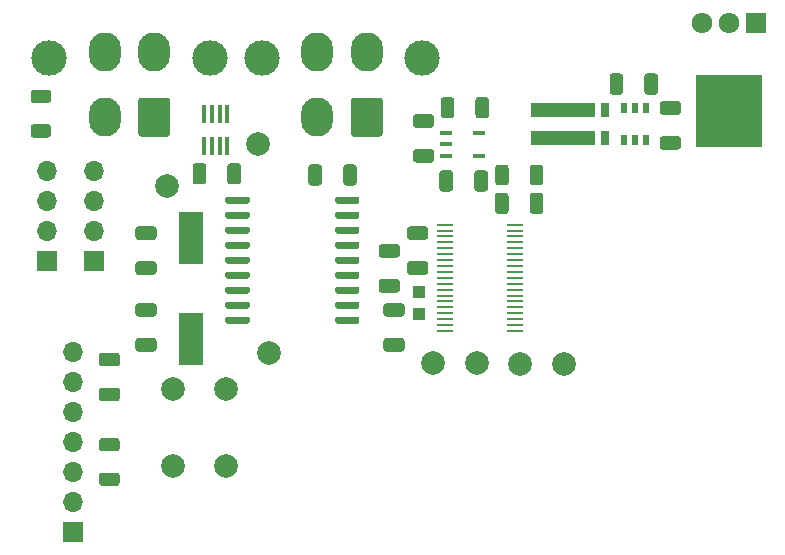
<source format=gbr>
%TF.GenerationSoftware,KiCad,Pcbnew,(5.1.9)-1*%
%TF.CreationDate,2021-05-20T13:00:32+02:00*%
%TF.ProjectId,PEE50-CurrentProtectionTemplate,50454535-302d-4437-9572-72656e745072,rev?*%
%TF.SameCoordinates,Original*%
%TF.FileFunction,Soldermask,Top*%
%TF.FilePolarity,Negative*%
%FSLAX46Y46*%
G04 Gerber Fmt 4.6, Leading zero omitted, Abs format (unit mm)*
G04 Created by KiCad (PCBNEW (5.1.9)-1) date 2021-05-20 13:00:32*
%MOMM*%
%LPD*%
G01*
G04 APERTURE LIST*
%ADD10O,1.717500X1.800000*%
%ADD11R,1.717500X1.800000*%
%ADD12R,5.700000X6.200000*%
%ADD13R,1.404099X0.279400*%
%ADD14R,2.000000X4.500000*%
%ADD15C,3.000000*%
%ADD16O,2.700000X3.300000*%
%ADD17O,1.700000X1.700000*%
%ADD18R,1.700000X1.700000*%
%ADD19R,5.410200X1.193800*%
%ADD20R,0.711200X1.193800*%
%ADD21R,1.100000X1.050000*%
%ADD22R,0.400000X1.560000*%
%ADD23R,0.558000X0.972299*%
%ADD24R,0.977900X0.457200*%
%ADD25C,2.000000*%
G04 APERTURE END LIST*
D10*
%TO.C,Q1*%
X72410000Y-17350000D03*
X74700000Y-17350000D03*
D11*
X76990000Y-17350000D03*
D12*
X74700000Y-24783333D03*
%TD*%
D13*
%TO.C,U2*%
X56549948Y-34399999D03*
X56549948Y-34900000D03*
X56549948Y-35399999D03*
X56549948Y-35900001D03*
X56549948Y-36400000D03*
X56549948Y-36899999D03*
X56549948Y-37400000D03*
X56549948Y-37899999D03*
X56549948Y-38399998D03*
X56549948Y-38900000D03*
X56549948Y-39399999D03*
X56549948Y-39900001D03*
X56549948Y-40400000D03*
X56549948Y-40899999D03*
X56549948Y-41400000D03*
X56549948Y-41899999D03*
X56549948Y-42400001D03*
X56549948Y-42900000D03*
X56549948Y-43399999D03*
X50650052Y-43400001D03*
X50650052Y-42900000D03*
X50650052Y-42400001D03*
X50650052Y-41899999D03*
X50650052Y-41400000D03*
X50650052Y-40900001D03*
X50650052Y-40400000D03*
X50650052Y-39900001D03*
X50650052Y-39399999D03*
X50650052Y-38900000D03*
X50650052Y-38400001D03*
X50650052Y-37899999D03*
X50650052Y-37400000D03*
X50650052Y-36899999D03*
X50650052Y-36400000D03*
X50650052Y-35900001D03*
X50650052Y-35399999D03*
X50650052Y-34900000D03*
X50650052Y-34400001D03*
%TD*%
%TO.C,R4*%
G36*
G01*
X54875000Y-30825001D02*
X54875000Y-29574999D01*
G75*
G02*
X55124999Y-29325000I249999J0D01*
G01*
X55750001Y-29325000D01*
G75*
G02*
X56000000Y-29574999I0J-249999D01*
G01*
X56000000Y-30825001D01*
G75*
G02*
X55750001Y-31075000I-249999J0D01*
G01*
X55124999Y-31075000D01*
G75*
G02*
X54875000Y-30825001I0J249999D01*
G01*
G37*
G36*
G01*
X57800000Y-30825001D02*
X57800000Y-29574999D01*
G75*
G02*
X58049999Y-29325000I249999J0D01*
G01*
X58675001Y-29325000D01*
G75*
G02*
X58925000Y-29574999I0J-249999D01*
G01*
X58925000Y-30825001D01*
G75*
G02*
X58675001Y-31075000I-249999J0D01*
G01*
X58049999Y-31075000D01*
G75*
G02*
X57800000Y-30825001I0J249999D01*
G01*
G37*
%TD*%
%TO.C,C14*%
G36*
G01*
X57800000Y-33250001D02*
X57800000Y-31949999D01*
G75*
G02*
X58049999Y-31700000I249999J0D01*
G01*
X58700001Y-31700000D01*
G75*
G02*
X58950000Y-31949999I0J-249999D01*
G01*
X58950000Y-33250001D01*
G75*
G02*
X58700001Y-33500000I-249999J0D01*
G01*
X58049999Y-33500000D01*
G75*
G02*
X57800000Y-33250001I0J249999D01*
G01*
G37*
G36*
G01*
X54850000Y-33250001D02*
X54850000Y-31949999D01*
G75*
G02*
X55099999Y-31700000I249999J0D01*
G01*
X55750001Y-31700000D01*
G75*
G02*
X56000000Y-31949999I0J-249999D01*
G01*
X56000000Y-33250001D01*
G75*
G02*
X55750001Y-33500000I-249999J0D01*
G01*
X55099999Y-33500000D01*
G75*
G02*
X54850000Y-33250001I0J249999D01*
G01*
G37*
%TD*%
D14*
%TO.C,Y2*%
X29100000Y-35550000D03*
X29100000Y-44050000D03*
%TD*%
D15*
%TO.C,J3*%
X35100000Y-20260000D03*
X48700000Y-20260000D03*
D16*
X39800000Y-19800000D03*
X44000000Y-19800000D03*
X39800000Y-25300000D03*
G36*
G01*
X45350000Y-23900001D02*
X45350000Y-26699999D01*
G75*
G02*
X45099999Y-26950000I-250001J0D01*
G01*
X42900001Y-26950000D01*
G75*
G02*
X42650000Y-26699999I0J250001D01*
G01*
X42650000Y-23900001D01*
G75*
G02*
X42900001Y-23650000I250001J0D01*
G01*
X45099999Y-23650000D01*
G75*
G02*
X45350000Y-23900001I0J-250001D01*
G01*
G37*
%TD*%
D17*
%TO.C,J5*%
X19100000Y-45160000D03*
X19100000Y-47700000D03*
X19100000Y-50240000D03*
X19100000Y-52780000D03*
X19100000Y-55320000D03*
X19100000Y-57860000D03*
D18*
X19100000Y-60400000D03*
%TD*%
D17*
%TO.C,J4*%
X20900000Y-29880000D03*
X20900000Y-32420000D03*
X20900000Y-34960000D03*
D18*
X20900000Y-37500000D03*
%TD*%
D19*
%TO.C,R2*%
X60577700Y-27106500D03*
D20*
X64171800Y-27106500D03*
X64171800Y-24693500D03*
D19*
X60577700Y-24693500D03*
%TD*%
D21*
%TO.C,Y1*%
X48400000Y-41925000D03*
X48400000Y-40075000D03*
%TD*%
D22*
%TO.C,U5*%
X30220000Y-25050000D03*
X30870000Y-25050000D03*
X31530000Y-25050000D03*
X32180000Y-25050000D03*
X32180000Y-27750000D03*
X31530000Y-27750000D03*
X30870000Y-27750000D03*
X30220000Y-27750000D03*
%TD*%
%TO.C,U4*%
G36*
G01*
X41325000Y-32470000D02*
X41325000Y-32170000D01*
G75*
G02*
X41475000Y-32020000I150000J0D01*
G01*
X43225000Y-32020000D01*
G75*
G02*
X43375000Y-32170000I0J-150000D01*
G01*
X43375000Y-32470000D01*
G75*
G02*
X43225000Y-32620000I-150000J0D01*
G01*
X41475000Y-32620000D01*
G75*
G02*
X41325000Y-32470000I0J150000D01*
G01*
G37*
G36*
G01*
X41325000Y-33740000D02*
X41325000Y-33440000D01*
G75*
G02*
X41475000Y-33290000I150000J0D01*
G01*
X43225000Y-33290000D01*
G75*
G02*
X43375000Y-33440000I0J-150000D01*
G01*
X43375000Y-33740000D01*
G75*
G02*
X43225000Y-33890000I-150000J0D01*
G01*
X41475000Y-33890000D01*
G75*
G02*
X41325000Y-33740000I0J150000D01*
G01*
G37*
G36*
G01*
X41325000Y-35010000D02*
X41325000Y-34710000D01*
G75*
G02*
X41475000Y-34560000I150000J0D01*
G01*
X43225000Y-34560000D01*
G75*
G02*
X43375000Y-34710000I0J-150000D01*
G01*
X43375000Y-35010000D01*
G75*
G02*
X43225000Y-35160000I-150000J0D01*
G01*
X41475000Y-35160000D01*
G75*
G02*
X41325000Y-35010000I0J150000D01*
G01*
G37*
G36*
G01*
X41325000Y-36280000D02*
X41325000Y-35980000D01*
G75*
G02*
X41475000Y-35830000I150000J0D01*
G01*
X43225000Y-35830000D01*
G75*
G02*
X43375000Y-35980000I0J-150000D01*
G01*
X43375000Y-36280000D01*
G75*
G02*
X43225000Y-36430000I-150000J0D01*
G01*
X41475000Y-36430000D01*
G75*
G02*
X41325000Y-36280000I0J150000D01*
G01*
G37*
G36*
G01*
X41325000Y-37550000D02*
X41325000Y-37250000D01*
G75*
G02*
X41475000Y-37100000I150000J0D01*
G01*
X43225000Y-37100000D01*
G75*
G02*
X43375000Y-37250000I0J-150000D01*
G01*
X43375000Y-37550000D01*
G75*
G02*
X43225000Y-37700000I-150000J0D01*
G01*
X41475000Y-37700000D01*
G75*
G02*
X41325000Y-37550000I0J150000D01*
G01*
G37*
G36*
G01*
X41325000Y-38820000D02*
X41325000Y-38520000D01*
G75*
G02*
X41475000Y-38370000I150000J0D01*
G01*
X43225000Y-38370000D01*
G75*
G02*
X43375000Y-38520000I0J-150000D01*
G01*
X43375000Y-38820000D01*
G75*
G02*
X43225000Y-38970000I-150000J0D01*
G01*
X41475000Y-38970000D01*
G75*
G02*
X41325000Y-38820000I0J150000D01*
G01*
G37*
G36*
G01*
X41325000Y-40090000D02*
X41325000Y-39790000D01*
G75*
G02*
X41475000Y-39640000I150000J0D01*
G01*
X43225000Y-39640000D01*
G75*
G02*
X43375000Y-39790000I0J-150000D01*
G01*
X43375000Y-40090000D01*
G75*
G02*
X43225000Y-40240000I-150000J0D01*
G01*
X41475000Y-40240000D01*
G75*
G02*
X41325000Y-40090000I0J150000D01*
G01*
G37*
G36*
G01*
X41325000Y-41360000D02*
X41325000Y-41060000D01*
G75*
G02*
X41475000Y-40910000I150000J0D01*
G01*
X43225000Y-40910000D01*
G75*
G02*
X43375000Y-41060000I0J-150000D01*
G01*
X43375000Y-41360000D01*
G75*
G02*
X43225000Y-41510000I-150000J0D01*
G01*
X41475000Y-41510000D01*
G75*
G02*
X41325000Y-41360000I0J150000D01*
G01*
G37*
G36*
G01*
X41325000Y-42630000D02*
X41325000Y-42330000D01*
G75*
G02*
X41475000Y-42180000I150000J0D01*
G01*
X43225000Y-42180000D01*
G75*
G02*
X43375000Y-42330000I0J-150000D01*
G01*
X43375000Y-42630000D01*
G75*
G02*
X43225000Y-42780000I-150000J0D01*
G01*
X41475000Y-42780000D01*
G75*
G02*
X41325000Y-42630000I0J150000D01*
G01*
G37*
G36*
G01*
X32025000Y-42630000D02*
X32025000Y-42330000D01*
G75*
G02*
X32175000Y-42180000I150000J0D01*
G01*
X33925000Y-42180000D01*
G75*
G02*
X34075000Y-42330000I0J-150000D01*
G01*
X34075000Y-42630000D01*
G75*
G02*
X33925000Y-42780000I-150000J0D01*
G01*
X32175000Y-42780000D01*
G75*
G02*
X32025000Y-42630000I0J150000D01*
G01*
G37*
G36*
G01*
X32025000Y-41360000D02*
X32025000Y-41060000D01*
G75*
G02*
X32175000Y-40910000I150000J0D01*
G01*
X33925000Y-40910000D01*
G75*
G02*
X34075000Y-41060000I0J-150000D01*
G01*
X34075000Y-41360000D01*
G75*
G02*
X33925000Y-41510000I-150000J0D01*
G01*
X32175000Y-41510000D01*
G75*
G02*
X32025000Y-41360000I0J150000D01*
G01*
G37*
G36*
G01*
X32025000Y-40090000D02*
X32025000Y-39790000D01*
G75*
G02*
X32175000Y-39640000I150000J0D01*
G01*
X33925000Y-39640000D01*
G75*
G02*
X34075000Y-39790000I0J-150000D01*
G01*
X34075000Y-40090000D01*
G75*
G02*
X33925000Y-40240000I-150000J0D01*
G01*
X32175000Y-40240000D01*
G75*
G02*
X32025000Y-40090000I0J150000D01*
G01*
G37*
G36*
G01*
X32025000Y-38820000D02*
X32025000Y-38520000D01*
G75*
G02*
X32175000Y-38370000I150000J0D01*
G01*
X33925000Y-38370000D01*
G75*
G02*
X34075000Y-38520000I0J-150000D01*
G01*
X34075000Y-38820000D01*
G75*
G02*
X33925000Y-38970000I-150000J0D01*
G01*
X32175000Y-38970000D01*
G75*
G02*
X32025000Y-38820000I0J150000D01*
G01*
G37*
G36*
G01*
X32025000Y-37550000D02*
X32025000Y-37250000D01*
G75*
G02*
X32175000Y-37100000I150000J0D01*
G01*
X33925000Y-37100000D01*
G75*
G02*
X34075000Y-37250000I0J-150000D01*
G01*
X34075000Y-37550000D01*
G75*
G02*
X33925000Y-37700000I-150000J0D01*
G01*
X32175000Y-37700000D01*
G75*
G02*
X32025000Y-37550000I0J150000D01*
G01*
G37*
G36*
G01*
X32025000Y-36280000D02*
X32025000Y-35980000D01*
G75*
G02*
X32175000Y-35830000I150000J0D01*
G01*
X33925000Y-35830000D01*
G75*
G02*
X34075000Y-35980000I0J-150000D01*
G01*
X34075000Y-36280000D01*
G75*
G02*
X33925000Y-36430000I-150000J0D01*
G01*
X32175000Y-36430000D01*
G75*
G02*
X32025000Y-36280000I0J150000D01*
G01*
G37*
G36*
G01*
X32025000Y-35010000D02*
X32025000Y-34710000D01*
G75*
G02*
X32175000Y-34560000I150000J0D01*
G01*
X33925000Y-34560000D01*
G75*
G02*
X34075000Y-34710000I0J-150000D01*
G01*
X34075000Y-35010000D01*
G75*
G02*
X33925000Y-35160000I-150000J0D01*
G01*
X32175000Y-35160000D01*
G75*
G02*
X32025000Y-35010000I0J150000D01*
G01*
G37*
G36*
G01*
X32025000Y-33740000D02*
X32025000Y-33440000D01*
G75*
G02*
X32175000Y-33290000I150000J0D01*
G01*
X33925000Y-33290000D01*
G75*
G02*
X34075000Y-33440000I0J-150000D01*
G01*
X34075000Y-33740000D01*
G75*
G02*
X33925000Y-33890000I-150000J0D01*
G01*
X32175000Y-33890000D01*
G75*
G02*
X32025000Y-33740000I0J150000D01*
G01*
G37*
G36*
G01*
X32025000Y-32470000D02*
X32025000Y-32170000D01*
G75*
G02*
X32175000Y-32020000I150000J0D01*
G01*
X33925000Y-32020000D01*
G75*
G02*
X34075000Y-32170000I0J-150000D01*
G01*
X34075000Y-32470000D01*
G75*
G02*
X33925000Y-32620000I-150000J0D01*
G01*
X32175000Y-32620000D01*
G75*
G02*
X32025000Y-32470000I0J150000D01*
G01*
G37*
%TD*%
D23*
%TO.C,U3*%
X67650001Y-27262451D03*
X66700000Y-27262451D03*
X65749999Y-27262451D03*
X65749999Y-24537549D03*
X66700000Y-24537549D03*
X67650001Y-24537549D03*
%TD*%
D24*
%TO.C,U1*%
X53465250Y-26650040D03*
X53465250Y-28549960D03*
X50734750Y-28549960D03*
X50734750Y-27600000D03*
X50734750Y-26650040D03*
%TD*%
D25*
%TO.C,TP7*%
X27100000Y-31100000D03*
%TD*%
%TO.C,TP6*%
X34800000Y-27600000D03*
%TD*%
%TO.C,TP4*%
X53300000Y-46100000D03*
%TD*%
%TO.C,TP3*%
X49600000Y-46100000D03*
%TD*%
%TO.C,TP2*%
X60700000Y-46200000D03*
%TD*%
%TO.C,TP1*%
X57000000Y-46200000D03*
%TD*%
%TO.C,TP5*%
X35700000Y-45300000D03*
%TD*%
%TO.C,SW1*%
X27600000Y-48300000D03*
X32100000Y-48300000D03*
X27600000Y-54800000D03*
X32100000Y-54800000D03*
%TD*%
%TO.C,R3*%
G36*
G01*
X15774999Y-25900000D02*
X17025001Y-25900000D01*
G75*
G02*
X17275000Y-26149999I0J-249999D01*
G01*
X17275000Y-26775001D01*
G75*
G02*
X17025001Y-27025000I-249999J0D01*
G01*
X15774999Y-27025000D01*
G75*
G02*
X15525000Y-26775001I0J249999D01*
G01*
X15525000Y-26149999D01*
G75*
G02*
X15774999Y-25900000I249999J0D01*
G01*
G37*
G36*
G01*
X15774999Y-22975000D02*
X17025001Y-22975000D01*
G75*
G02*
X17275000Y-23224999I0J-249999D01*
G01*
X17275000Y-23850001D01*
G75*
G02*
X17025001Y-24100000I-249999J0D01*
G01*
X15774999Y-24100000D01*
G75*
G02*
X15525000Y-23850001I0J249999D01*
G01*
X15525000Y-23224999D01*
G75*
G02*
X15774999Y-22975000I249999J0D01*
G01*
G37*
%TD*%
%TO.C,R1*%
G36*
G01*
X21574999Y-55400000D02*
X22825001Y-55400000D01*
G75*
G02*
X23075000Y-55649999I0J-249999D01*
G01*
X23075000Y-56275001D01*
G75*
G02*
X22825001Y-56525000I-249999J0D01*
G01*
X21574999Y-56525000D01*
G75*
G02*
X21325000Y-56275001I0J249999D01*
G01*
X21325000Y-55649999D01*
G75*
G02*
X21574999Y-55400000I249999J0D01*
G01*
G37*
G36*
G01*
X21574999Y-52475000D02*
X22825001Y-52475000D01*
G75*
G02*
X23075000Y-52724999I0J-249999D01*
G01*
X23075000Y-53350001D01*
G75*
G02*
X22825001Y-53600000I-249999J0D01*
G01*
X21574999Y-53600000D01*
G75*
G02*
X21325000Y-53350001I0J249999D01*
G01*
X21325000Y-52724999D01*
G75*
G02*
X21574999Y-52475000I249999J0D01*
G01*
G37*
%TD*%
D17*
%TO.C,J2*%
X16885000Y-29863000D03*
X16885000Y-32403000D03*
X16885000Y-34943000D03*
D18*
X16885000Y-37483000D03*
%TD*%
D15*
%TO.C,J1*%
X17100000Y-20260000D03*
X30700000Y-20260000D03*
D16*
X21800000Y-19800000D03*
X26000000Y-19800000D03*
X21800000Y-25300000D03*
G36*
G01*
X27350000Y-23900001D02*
X27350000Y-26699999D01*
G75*
G02*
X27099999Y-26950000I-250001J0D01*
G01*
X24900001Y-26950000D01*
G75*
G02*
X24650000Y-26699999I0J250001D01*
G01*
X24650000Y-23900001D01*
G75*
G02*
X24900001Y-23650000I250001J0D01*
G01*
X27099999Y-23650000D01*
G75*
G02*
X27350000Y-23900001I0J-250001D01*
G01*
G37*
%TD*%
%TO.C,C13*%
G36*
G01*
X30400000Y-29449999D02*
X30400000Y-30750001D01*
G75*
G02*
X30150001Y-31000000I-249999J0D01*
G01*
X29499999Y-31000000D01*
G75*
G02*
X29250000Y-30750001I0J249999D01*
G01*
X29250000Y-29449999D01*
G75*
G02*
X29499999Y-29200000I249999J0D01*
G01*
X30150001Y-29200000D01*
G75*
G02*
X30400000Y-29449999I0J-249999D01*
G01*
G37*
G36*
G01*
X33350000Y-29449999D02*
X33350000Y-30750001D01*
G75*
G02*
X33100001Y-31000000I-249999J0D01*
G01*
X32449999Y-31000000D01*
G75*
G02*
X32200000Y-30750001I0J249999D01*
G01*
X32200000Y-29449999D01*
G75*
G02*
X32449999Y-29200000I249999J0D01*
G01*
X33100001Y-29200000D01*
G75*
G02*
X33350000Y-29449999I0J-249999D01*
G01*
G37*
%TD*%
%TO.C,C12*%
G36*
G01*
X21549999Y-48200000D02*
X22850001Y-48200000D01*
G75*
G02*
X23100000Y-48449999I0J-249999D01*
G01*
X23100000Y-49100001D01*
G75*
G02*
X22850001Y-49350000I-249999J0D01*
G01*
X21549999Y-49350000D01*
G75*
G02*
X21300000Y-49100001I0J249999D01*
G01*
X21300000Y-48449999D01*
G75*
G02*
X21549999Y-48200000I249999J0D01*
G01*
G37*
G36*
G01*
X21549999Y-45250000D02*
X22850001Y-45250000D01*
G75*
G02*
X23100000Y-45499999I0J-249999D01*
G01*
X23100000Y-46150001D01*
G75*
G02*
X22850001Y-46400000I-249999J0D01*
G01*
X21549999Y-46400000D01*
G75*
G02*
X21300000Y-46150001I0J249999D01*
G01*
X21300000Y-45499999D01*
G75*
G02*
X21549999Y-45250000I249999J0D01*
G01*
G37*
%TD*%
%TO.C,C11*%
G36*
G01*
X42000000Y-30850001D02*
X42000000Y-29549999D01*
G75*
G02*
X42249999Y-29300000I249999J0D01*
G01*
X42900001Y-29300000D01*
G75*
G02*
X43150000Y-29549999I0J-249999D01*
G01*
X43150000Y-30850001D01*
G75*
G02*
X42900001Y-31100000I-249999J0D01*
G01*
X42249999Y-31100000D01*
G75*
G02*
X42000000Y-30850001I0J249999D01*
G01*
G37*
G36*
G01*
X39050000Y-30850001D02*
X39050000Y-29549999D01*
G75*
G02*
X39299999Y-29300000I249999J0D01*
G01*
X39950001Y-29300000D01*
G75*
G02*
X40200000Y-29549999I0J-249999D01*
G01*
X40200000Y-30850001D01*
G75*
G02*
X39950001Y-31100000I-249999J0D01*
G01*
X39299999Y-31100000D01*
G75*
G02*
X39050000Y-30850001I0J249999D01*
G01*
G37*
%TD*%
%TO.C,C9*%
G36*
G01*
X25950001Y-35700000D02*
X24649999Y-35700000D01*
G75*
G02*
X24400000Y-35450001I0J249999D01*
G01*
X24400000Y-34799999D01*
G75*
G02*
X24649999Y-34550000I249999J0D01*
G01*
X25950001Y-34550000D01*
G75*
G02*
X26200000Y-34799999I0J-249999D01*
G01*
X26200000Y-35450001D01*
G75*
G02*
X25950001Y-35700000I-249999J0D01*
G01*
G37*
G36*
G01*
X25950001Y-38650000D02*
X24649999Y-38650000D01*
G75*
G02*
X24400000Y-38400001I0J249999D01*
G01*
X24400000Y-37749999D01*
G75*
G02*
X24649999Y-37500000I249999J0D01*
G01*
X25950001Y-37500000D01*
G75*
G02*
X26200000Y-37749999I0J-249999D01*
G01*
X26200000Y-38400001D01*
G75*
G02*
X25950001Y-38650000I-249999J0D01*
G01*
G37*
%TD*%
%TO.C,C10*%
G36*
G01*
X70350001Y-25100000D02*
X69049999Y-25100000D01*
G75*
G02*
X68800000Y-24850001I0J249999D01*
G01*
X68800000Y-24199999D01*
G75*
G02*
X69049999Y-23950000I249999J0D01*
G01*
X70350001Y-23950000D01*
G75*
G02*
X70600000Y-24199999I0J-249999D01*
G01*
X70600000Y-24850001D01*
G75*
G02*
X70350001Y-25100000I-249999J0D01*
G01*
G37*
G36*
G01*
X70350001Y-28050000D02*
X69049999Y-28050000D01*
G75*
G02*
X68800000Y-27800001I0J249999D01*
G01*
X68800000Y-27149999D01*
G75*
G02*
X69049999Y-26900000I249999J0D01*
G01*
X70350001Y-26900000D01*
G75*
G02*
X70600000Y-27149999I0J-249999D01*
G01*
X70600000Y-27800001D01*
G75*
G02*
X70350001Y-28050000I-249999J0D01*
G01*
G37*
%TD*%
%TO.C,C7*%
G36*
G01*
X25950001Y-42200000D02*
X24649999Y-42200000D01*
G75*
G02*
X24400000Y-41950001I0J249999D01*
G01*
X24400000Y-41299999D01*
G75*
G02*
X24649999Y-41050000I249999J0D01*
G01*
X25950001Y-41050000D01*
G75*
G02*
X26200000Y-41299999I0J-249999D01*
G01*
X26200000Y-41950001D01*
G75*
G02*
X25950001Y-42200000I-249999J0D01*
G01*
G37*
G36*
G01*
X25950001Y-45150000D02*
X24649999Y-45150000D01*
G75*
G02*
X24400000Y-44900001I0J249999D01*
G01*
X24400000Y-44249999D01*
G75*
G02*
X24649999Y-44000000I249999J0D01*
G01*
X25950001Y-44000000D01*
G75*
G02*
X26200000Y-44249999I0J-249999D01*
G01*
X26200000Y-44900001D01*
G75*
G02*
X25950001Y-45150000I-249999J0D01*
G01*
G37*
%TD*%
%TO.C,C8*%
G36*
G01*
X65700000Y-21849999D02*
X65700000Y-23150001D01*
G75*
G02*
X65450001Y-23400000I-249999J0D01*
G01*
X64799999Y-23400000D01*
G75*
G02*
X64550000Y-23150001I0J249999D01*
G01*
X64550000Y-21849999D01*
G75*
G02*
X64799999Y-21600000I249999J0D01*
G01*
X65450001Y-21600000D01*
G75*
G02*
X65700000Y-21849999I0J-249999D01*
G01*
G37*
G36*
G01*
X68650000Y-21849999D02*
X68650000Y-23150001D01*
G75*
G02*
X68400001Y-23400000I-249999J0D01*
G01*
X67749999Y-23400000D01*
G75*
G02*
X67500000Y-23150001I0J249999D01*
G01*
X67500000Y-21849999D01*
G75*
G02*
X67749999Y-21600000I249999J0D01*
G01*
X68400001Y-21600000D01*
G75*
G02*
X68650000Y-21849999I0J-249999D01*
G01*
G37*
%TD*%
%TO.C,C6*%
G36*
G01*
X46550001Y-37200000D02*
X45249999Y-37200000D01*
G75*
G02*
X45000000Y-36950001I0J249999D01*
G01*
X45000000Y-36299999D01*
G75*
G02*
X45249999Y-36050000I249999J0D01*
G01*
X46550001Y-36050000D01*
G75*
G02*
X46800000Y-36299999I0J-249999D01*
G01*
X46800000Y-36950001D01*
G75*
G02*
X46550001Y-37200000I-249999J0D01*
G01*
G37*
G36*
G01*
X46550001Y-40150000D02*
X45249999Y-40150000D01*
G75*
G02*
X45000000Y-39900001I0J249999D01*
G01*
X45000000Y-39249999D01*
G75*
G02*
X45249999Y-39000000I249999J0D01*
G01*
X46550001Y-39000000D01*
G75*
G02*
X46800000Y-39249999I0J-249999D01*
G01*
X46800000Y-39900001D01*
G75*
G02*
X46550001Y-40150000I-249999J0D01*
G01*
G37*
%TD*%
%TO.C,C5*%
G36*
G01*
X45649999Y-44000000D02*
X46950001Y-44000000D01*
G75*
G02*
X47200000Y-44249999I0J-249999D01*
G01*
X47200000Y-44900001D01*
G75*
G02*
X46950001Y-45150000I-249999J0D01*
G01*
X45649999Y-45150000D01*
G75*
G02*
X45400000Y-44900001I0J249999D01*
G01*
X45400000Y-44249999D01*
G75*
G02*
X45649999Y-44000000I249999J0D01*
G01*
G37*
G36*
G01*
X45649999Y-41050000D02*
X46950001Y-41050000D01*
G75*
G02*
X47200000Y-41299999I0J-249999D01*
G01*
X47200000Y-41950001D01*
G75*
G02*
X46950001Y-42200000I-249999J0D01*
G01*
X45649999Y-42200000D01*
G75*
G02*
X45400000Y-41950001I0J249999D01*
G01*
X45400000Y-41299999D01*
G75*
G02*
X45649999Y-41050000I249999J0D01*
G01*
G37*
%TD*%
%TO.C,C4*%
G36*
G01*
X53200000Y-25150001D02*
X53200000Y-23849999D01*
G75*
G02*
X53449999Y-23600000I249999J0D01*
G01*
X54100001Y-23600000D01*
G75*
G02*
X54350000Y-23849999I0J-249999D01*
G01*
X54350000Y-25150001D01*
G75*
G02*
X54100001Y-25400000I-249999J0D01*
G01*
X53449999Y-25400000D01*
G75*
G02*
X53200000Y-25150001I0J249999D01*
G01*
G37*
G36*
G01*
X50250000Y-25150001D02*
X50250000Y-23849999D01*
G75*
G02*
X50499999Y-23600000I249999J0D01*
G01*
X51150001Y-23600000D01*
G75*
G02*
X51400000Y-23849999I0J-249999D01*
G01*
X51400000Y-25150001D01*
G75*
G02*
X51150001Y-25400000I-249999J0D01*
G01*
X50499999Y-25400000D01*
G75*
G02*
X50250000Y-25150001I0J249999D01*
G01*
G37*
%TD*%
%TO.C,C3*%
G36*
G01*
X51300000Y-30049999D02*
X51300000Y-31350001D01*
G75*
G02*
X51050001Y-31600000I-249999J0D01*
G01*
X50399999Y-31600000D01*
G75*
G02*
X50150000Y-31350001I0J249999D01*
G01*
X50150000Y-30049999D01*
G75*
G02*
X50399999Y-29800000I249999J0D01*
G01*
X51050001Y-29800000D01*
G75*
G02*
X51300000Y-30049999I0J-249999D01*
G01*
G37*
G36*
G01*
X54250000Y-30049999D02*
X54250000Y-31350001D01*
G75*
G02*
X54000001Y-31600000I-249999J0D01*
G01*
X53349999Y-31600000D01*
G75*
G02*
X53100000Y-31350001I0J249999D01*
G01*
X53100000Y-30049999D01*
G75*
G02*
X53349999Y-29800000I249999J0D01*
G01*
X54000001Y-29800000D01*
G75*
G02*
X54250000Y-30049999I0J-249999D01*
G01*
G37*
%TD*%
%TO.C,C1*%
G36*
G01*
X48950001Y-35700000D02*
X47649999Y-35700000D01*
G75*
G02*
X47400000Y-35450001I0J249999D01*
G01*
X47400000Y-34799999D01*
G75*
G02*
X47649999Y-34550000I249999J0D01*
G01*
X48950001Y-34550000D01*
G75*
G02*
X49200000Y-34799999I0J-249999D01*
G01*
X49200000Y-35450001D01*
G75*
G02*
X48950001Y-35700000I-249999J0D01*
G01*
G37*
G36*
G01*
X48950001Y-38650000D02*
X47649999Y-38650000D01*
G75*
G02*
X47400000Y-38400001I0J249999D01*
G01*
X47400000Y-37749999D01*
G75*
G02*
X47649999Y-37500000I249999J0D01*
G01*
X48950001Y-37500000D01*
G75*
G02*
X49200000Y-37749999I0J-249999D01*
G01*
X49200000Y-38400001D01*
G75*
G02*
X48950001Y-38650000I-249999J0D01*
G01*
G37*
%TD*%
%TO.C,C2*%
G36*
G01*
X49450001Y-26200000D02*
X48149999Y-26200000D01*
G75*
G02*
X47900000Y-25950001I0J249999D01*
G01*
X47900000Y-25299999D01*
G75*
G02*
X48149999Y-25050000I249999J0D01*
G01*
X49450001Y-25050000D01*
G75*
G02*
X49700000Y-25299999I0J-249999D01*
G01*
X49700000Y-25950001D01*
G75*
G02*
X49450001Y-26200000I-249999J0D01*
G01*
G37*
G36*
G01*
X49450001Y-29150000D02*
X48149999Y-29150000D01*
G75*
G02*
X47900000Y-28900001I0J249999D01*
G01*
X47900000Y-28249999D01*
G75*
G02*
X48149999Y-28000000I249999J0D01*
G01*
X49450001Y-28000000D01*
G75*
G02*
X49700000Y-28249999I0J-249999D01*
G01*
X49700000Y-28900001D01*
G75*
G02*
X49450001Y-29150000I-249999J0D01*
G01*
G37*
%TD*%
M02*

</source>
